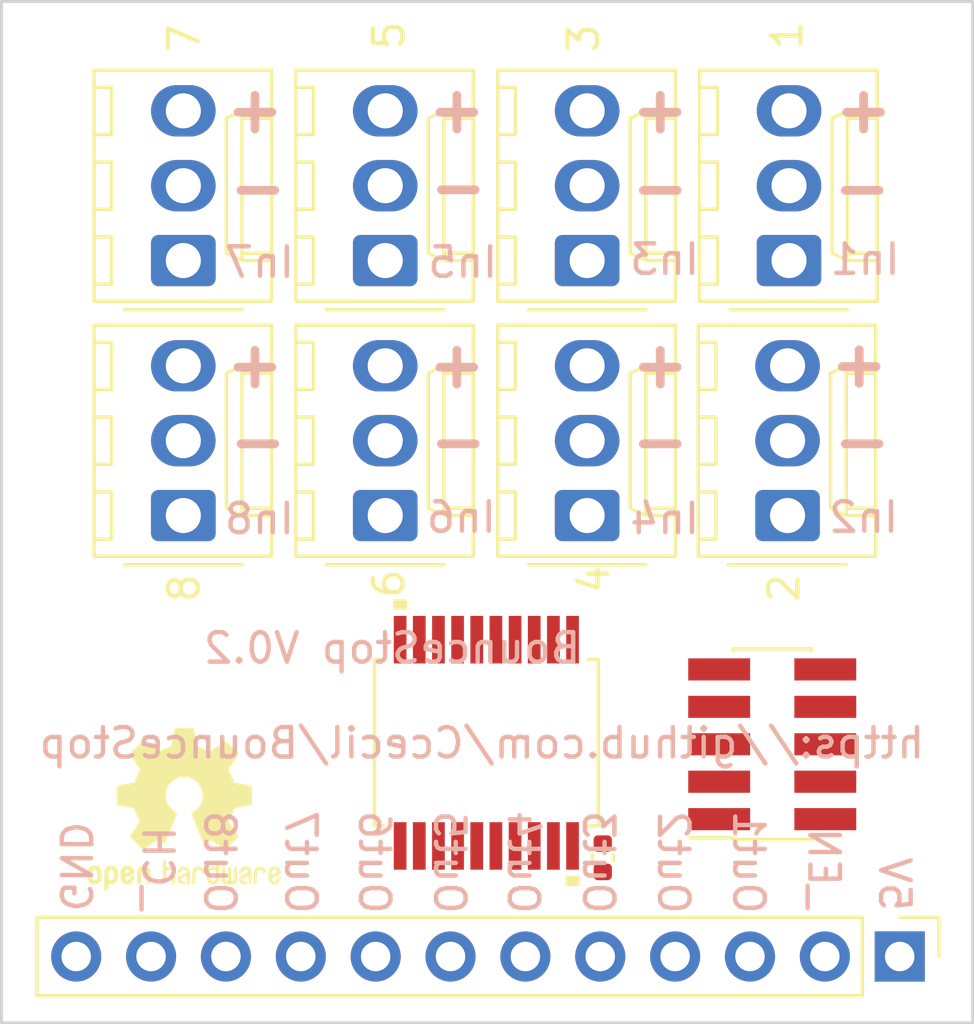
<source format=kicad_pcb>
(kicad_pcb (version 20211014) (generator pcbnew)
  (layers (0 "F.Cu" signal) (31 "B.Cu" signal) (34 "B.Paste" user) (35 "F.Paste" user) (36 "B.SilkS" user "B.Silkscreen") (37 "F.SilkS" user "F.Silkscreen") (38 "B.Mask" user) (39 "F.Mask" user) (44 "Edge.Cuts" user))
  (net 0 "")
  (net 1 "5v")
  (net 2 "GND")
  (net 3 "In1")
  (net 4 "In2")
  (net 5 "In3")
  (net 6 "In4")
  (net 7 "In5")
  (net 8 "In6")
  (net 9 "In7")
  (net 10 "In8")
  (net 11 "_CH")
  (net 12 "Out1")
  (net 13 "Out2")
  (net 14 "Out3")
  (net 15 "Out4")
  (net 16 "Out5")
  (net 17 "Out6")
  (net 18 "Out7")
  (net 19 "Out8")
  (net 20 "_EN")
  (net 21 "3.3v")
  (footprint "Connector_Molex:Molex_KK-254_AE-6410-03A_1x03_P2.54mm_Vertical" (layer "F.Cu") (at 166.97 43.24 90)
    (fp_text reference "6" (at -2.31 0.13 90) (layer "F.SilkS"))
    (fp_text value "Conn_01x03_Male" hide)
    (pad "1" thru_hole roundrect locked (at 0 0 90) (size 1.74 2.19) (drill 1.19) (layers *.Cu *.Mask) (roundrect_rratio 0.143678) (net 8 "In6"))
    (pad "2" thru_hole oval locked (at 2.54 0 90) (size 1.74 2.19) (drill 1.19) (layers *.Cu *.Mask) (net 2 "GND"))
    (pad "3" thru_hole oval locked (at 5.08 0 90) (size 1.74 2.19) (drill 1.19) (layers *.Cu *.Mask) (net 1 "5v"))
  )
  (footprint "Connector_Molex:Molex_KK-254_AE-6410-03A_1x03_P2.54mm_Vertical" (layer "F.Cu") (at 173.82 43.24 90)
    (fp_text reference "4" (at -2.16 0.23 90) (layer "F.SilkS"))
    (fp_text value "Conn_01x03_Male" hide)
    (pad "1" thru_hole roundrect locked (at 0 0 90) (size 1.74 2.19) (drill 1.19) (layers *.Cu *.Mask) (roundrect_rratio 0.143678) (net 6 "In4"))
    (pad "2" thru_hole oval locked (at 2.54 0 90) (size 1.74 2.19) (drill 1.19) (layers *.Cu *.Mask) (net 2 "GND"))
    (pad "3" thru_hole oval locked (at 5.08 0 90) (size 1.74 2.19) (drill 1.19) (layers *.Cu *.Mask) (net 1 "5v"))
  )
  (footprint "MAX6818:MAX6818EAP&plus_" (layer "F.Cu") (at 170.4 50.95 -90)
    (fp_text reference "U1" hide)
    (fp_text value "MAX6818EAP+" hide)
    (pad "1" smd rect locked (at -3.49885 -2.925 270) (size 1.6129 0.4318) (layers "F.Cu" "F.Paste" "F.Mask") (net 20 "_EN"))
    (pad "2" smd rect locked (at -3.49885 -2.274999 270) (size 1.6129 0.4318) (layers "F.Cu" "F.Paste" "F.Mask") (net 3 "In1"))
    (pad "3" smd rect locked (at -3.49885 -1.625001 270) (size 1.6129 0.4318) (layers "F.Cu" "F.Paste" "F.Mask") (net 4 "In2"))
    (pad "4" smd rect locked (at -3.49885 -0.974999 270) (size 1.6129 0.4318) (layers "F.Cu" "F.Paste" "F.Mask") (net 5 "In3"))
    (pad "5" smd rect locked (at -3.49885 -0.325001 270) (size 1.6129 0.4318) (layers "F.Cu" "F.Paste" "F.Mask") (net 6 "In4"))
    (pad "6" smd rect locked (at -3.49885 0.324998 270) (size 1.6129 0.4318) (layers "F.Cu" "F.Paste" "F.Mask") (net 7 "In5"))
    (pad "7" smd rect locked (at -3.49885 0.974999 270) (size 1.6129 0.4318) (layers "F.Cu" "F.Paste" "F.Mask") (net 8 "In6"))
    (pad "8" smd rect locked (at -3.49885 1.624998 270) (size 1.6129 0.4318) (layers "F.Cu" "F.Paste" "F.Mask") (net 9 "In7"))
    (pad "9" smd rect locked (at -3.49885 2.274999 270) (size 1.6129 0.4318) (layers "F.Cu" "F.Paste" "F.Mask") (net 10 "In8"))
    (pad "10" smd rect locked (at -3.49885 2.924998 270) (size 1.6129 0.4318) (layers "F.Cu" "F.Paste" "F.Mask") (net 2 "GND"))
    (pad "11" smd rect locked (at 3.49885 2.925 270) (size 1.6129 0.4318) (layers "F.Cu" "F.Paste" "F.Mask") (net 11 "_CH"))
    (pad "12" smd rect locked (at 3.49885 2.275002 270) (size 1.6129 0.4318) (layers "F.Cu" "F.Paste" "F.Mask") (net 19 "Out8"))
    (pad "13" smd rect locked (at 3.49885 1.625001 270) (size 1.6129 0.4318) (layers "F.Cu" "F.Paste" "F.Mask") (net 18 "Out7"))
    (pad "14" smd rect locked (at 3.49885 0.975002 270) (size 1.6129 0.4318) (layers "F.Cu" "F.Paste" "F.Mask") (net 17 "Out6"))
    (pad "15" smd rect locked (at 3.49885 0.325001 270) (size 1.6129 0.4318) (layers "F.Cu" "F.Paste" "F.Mask") (net 16 "Out5"))
    (pad "16" smd rect locked (at 3.49885 -0.324998 270) (size 1.6129 0.4318) (layers "F.Cu" "F.Paste" "F.Mask") (net 15 "Out4"))
    (pad "17" smd rect locked (at 3.49885 -0.974999 270) (size 1.6129 0.4318) (layers "F.Cu" "F.Paste" "F.Mask") (net 14 "Out3"))
    (pad "18" smd rect locked (at 3.49885 -1.624998 270) (size 1.6129 0.4318) (layers "F.Cu" "F.Paste" "F.Mask") (net 13 "Out2"))
    (pad "19" smd rect locked (at 3.49885 -2.274999 270) (size 1.6129 0.4318) (layers "F.Cu" "F.Paste" "F.Mask") (net 12 "Out1"))
    (pad "20" smd rect locked (at 3.49885 -2.924998 270) (size 1.6129 0.4318) (layers "F.Cu" "F.Paste" "F.Mask") (net 1 "5v"))
  )
  (footprint "Connector_Molex:Molex_KK-254_AE-6410-03A_1x03_P2.54mm_Vertical" (layer "F.Cu") (at 160.12 34.59 90)
    (fp_text reference "7" (at 7.54 0.03 90) (layer "F.SilkS"))
    (fp_text value "Conn_01x03_Male" hide)
    (pad "1" thru_hole roundrect locked (at 0 0 90) (size 1.74 2.19) (drill 1.19) (layers *.Cu *.Mask) (roundrect_rratio 0.143678) (net 9 "In7"))
    (pad "2" thru_hole oval locked (at 2.54 0 90) (size 1.74 2.19) (drill 1.19) (layers *.Cu *.Mask) (net 2 "GND"))
    (pad "3" thru_hole oval locked (at 5.08 0 90) (size 1.74 2.19) (drill 1.19) (layers *.Cu *.Mask) (net 1 "5v"))
  )
  (footprint "Capacitor_SMD:C_0402_1005Metric" (layer "F.Cu") (at 174.35 54.85 -90)
    (fp_text reference "C1" hide)
    (fp_text value "C_Small" hide)
    (pad "1" smd roundrect locked (at -0.48 0 270) (size 0.56 0.62) (layers "F.Cu" "F.Paste" "F.Mask") (net 1 "5v"))
    (pad "2" smd roundrect locked (at 0.48 0 270) (size 0.56 0.62) (layers "F.Cu" "F.Paste" "F.Mask") (net 2 "GND"))
  )
  (footprint "Connector_Molex:Molex_KK-254_AE-6410-03A_1x03_P2.54mm_Vertical" (layer "F.Cu") (at 180.67 34.59 90)
    (fp_text reference "1" (at 7.64 -0.07 90) (layer "F.SilkS"))
    (fp_text value "Conn_01x03_Male" hide)
    (pad "1" thru_hole roundrect locked (at 0 0 90) (size 1.74 2.19) (drill 1.19) (layers *.Cu *.Mask) (roundrect_rratio 0.143678) (net 3 "In1"))
    (pad "2" thru_hole oval locked (at 2.54 0 90) (size 1.74 2.19) (drill 1.19) (layers *.Cu *.Mask) (net 2 "GND"))
    (pad "3" thru_hole oval locked (at 5.08 0 90) (size 1.74 2.19) (drill 1.19) (layers *.Cu *.Mask) (net 1 "5v"))
  )
  (footprint "Connector_PinSocket_1.27mm:PinSocket_2x05_P1.27mm_Vertical_SMD" (layer "F.Cu") (at 180.1 51 180)
    (fp_text reference "J10" hide)
    (fp_text value "Conn_02x05_Counter_Clockwise" hide)
    (pad "1" smd rect locked (at 1.8 -2.54 180) (size 2.1 0.75) (layers "F.Cu" "F.Paste" "F.Mask") (net 21 "3.3v"))
    (pad "2" smd rect locked (at -1.8 -2.54 180) (size 2.1 0.75) (layers "F.Cu" "F.Paste" "F.Mask") (net 1 "5v"))
    (pad "3" smd rect locked (at 1.8 -1.27 180) (size 2.1 0.75) (layers "F.Cu" "F.Paste" "F.Mask") (net 12 "Out1"))
    (pad "4" smd rect locked (at -1.8 -1.27 180) (size 2.1 0.75) (layers "F.Cu" "F.Paste" "F.Mask") (net 13 "Out2"))
    (pad "5" smd rect locked (at 1.8 0 180) (size 2.1 0.75) (layers "F.Cu" "F.Paste" "F.Mask") (net 14 "Out3"))
    (pad "6" smd rect locked (at -1.8 0 180) (size 2.1 0.75) (layers "F.Cu" "F.Paste" "F.Mask") (net 15 "Out4"))
    (pad "7" smd rect locked (at 1.8 1.27 180) (size 2.1 0.75) (layers "F.Cu" "F.Paste" "F.Mask") (net 16 "Out5"))
    (pad "8" smd rect locked (at -1.8 1.27 180) (size 2.1 0.75) (layers "F.Cu" "F.Paste" "F.Mask") (net 17 "Out6"))
    (pad "9" smd rect locked (at 1.8 2.54 180) (size 2.1 0.75) (layers "F.Cu" "F.Paste" "F.Mask") (net 18 "Out7"))
    (pad "10" smd rect locked (at -1.8 2.54 180) (size 2.1 0.75) (layers "F.Cu" "F.Paste" "F.Mask") (net 2 "GND"))
  )
  (footprint "Symbol:OSHW-Logo2_7.3x6mm_SilkScreen" (layer "F.Cu") (at 160.15 53.2)
    (fp_text reference "REF**" hide)
    (fp_text value "OSHW-Logo2_7.3x6mm_SilkScreen" hide)
  )
  (footprint "Connector_PinHeader_2.54mm:PinHeader_1x12_P2.54mm_Vertical" (layer "F.Cu") (at 184.425 58.2 -90)
    (fp_text reference "J9" hide)
    (fp_text value "Conn_02x06_Odd_Even" hide)
    (pad "1" thru_hole rect locked (at 0 0 270) (size 1.7 1.7) (drill 1) (layers *.Cu *.Mask) (net 1 "5v"))
    (pad "2" thru_hole oval locked (at 0 2.54 270) (size 1.7 1.7) (drill 1) (layers *.Cu *.Mask) (net 20 "_EN"))
    (pad "3" thru_hole oval locked (at 0 5.08 270) (size 1.7 1.7) (drill 1) (layers *.Cu *.Mask) (net 12 "Out1"))
    (pad "4" thru_hole oval locked (at 0 7.62 270) (size 1.7 1.7) (drill 1) (layers *.Cu *.Mask) (net 13 "Out2"))
    (pad "5" thru_hole oval locked (at 0 10.16 270) (size 1.7 1.7) (drill 1) (layers *.Cu *.Mask) (net 14 "Out3"))
    (pad "6" thru_hole oval locked (at 0 12.7 270) (size 1.7 1.7) (drill 1) (layers *.Cu *.Mask) (net 15 "Out4"))
    (pad "7" thru_hole oval locked (at 0 15.24 270) (size 1.7 1.7) (drill 1) (layers *.Cu *.Mask) (net 16 "Out5"))
    (pad "8" thru_hole oval locked (at 0 17.78 270) (size 1.7 1.7) (drill 1) (layers *.Cu *.Mask) (net 17 "Out6"))
    (pad "9" thru_hole oval locked (at 0 20.32 270) (size 1.7 1.7) (drill 1) (layers *.Cu *.Mask) (net 18 "Out7"))
    (pad "10" thru_hole oval locked (at 0 22.86 270) (size 1.7 1.7) (drill 1) (layers *.Cu *.Mask) (net 19 "Out8"))
    (pad "11" thru_hole oval locked (at 0 25.4 270) (size 1.7 1.7) (drill 1) (layers *.Cu *.Mask) (net 11 "_CH"))
    (pad "12" thru_hole oval locked (at 0 27.94 270) (size 1.7 1.7) (drill 1) (layers *.Cu *.Mask) (net 2 "GND"))
  )
  (footprint "Connector_Molex:Molex_KK-254_AE-6410-03A_1x03_P2.54mm_Vertical" (layer "F.Cu") (at 180.62 43.24 90)
    (fp_text reference "2" (at -2.46 -0.12 90) (layer "F.SilkS"))
    (fp_text value "Conn_01x03_Male" hide)
    (pad "1" thru_hole roundrect locked (at 0 0 90) (size 1.74 2.19) (drill 1.19) (layers *.Cu *.Mask) (roundrect_rratio 0.143678) (net 4 "In2"))
    (pad "2" thru_hole oval locked (at 2.54 0 90) (size 1.74 2.19) (drill 1.19) (layers *.Cu *.Mask) (net 2 "GND"))
    (pad "3" thru_hole oval locked (at 5.08 0 90) (size 1.74 2.19) (drill 1.19) (layers *.Cu *.Mask) (net 1 "5v"))
  )
  (footprint "Connector_Molex:Molex_KK-254_AE-6410-03A_1x03_P2.54mm_Vertical" (layer "F.Cu") (at 160.12 43.24 90)
    (fp_text reference "8" (at -2.46 0.03 90) (layer "F.SilkS"))
    (fp_text value "Conn_01x03_Male" hide)
    (pad "1" thru_hole roundrect locked (at 0 0 90) (size 1.74 2.19) (drill 1.19) (layers *.Cu *.Mask) (roundrect_rratio 0.143678) (net 10 "In8"))
    (pad "2" thru_hole oval locked (at 2.54 0 90) (size 1.74 2.19) (drill 1.19) (layers *.Cu *.Mask) (net 2 "GND"))
    (pad "3" thru_hole oval locked (at 5.08 0 90) (size 1.74 2.19) (drill 1.19) (layers *.Cu *.Mask) (net 1 "5v"))
  )
  (footprint "Connector_Molex:Molex_KK-254_AE-6410-03A_1x03_P2.54mm_Vertical" (layer "F.Cu") (at 166.97 34.59 90)
    (fp_text reference "5" (at 7.64 0.13 90) (layer "F.SilkS"))
    (fp_text value "Conn_01x03_Male" hide)
    (pad "1" thru_hole roundrect locked (at 0 0 90) (size 1.74 2.19) (drill 1.19) (layers *.Cu *.Mask) (roundrect_rratio 0.143678) (net 7 "In5"))
    (pad "2" thru_hole oval locked (at 2.54 0 90) (size 1.74 2.19) (drill 1.19) (layers *.Cu *.Mask) (net 2 "GND"))
    (pad "3" thru_hole oval locked (at 5.08 0 90) (size 1.74 2.19) (drill 1.19) (layers *.Cu *.Mask) (net 1 "5v"))
  )
  (footprint "Connector_Molex:Molex_KK-254_AE-6410-03A_1x03_P2.54mm_Vertical" (layer "F.Cu") (at 173.82 34.59 90)
    (fp_text reference "3" (at 7.54 -0.12 90) (layer "F.SilkS"))
    (fp_text value "Conn_01x03_Male" hide)
    (pad "1" thru_hole roundrect locked (at 0 0 90) (size 1.74 2.19) (drill 1.19) (layers *.Cu *.Mask) (roundrect_rratio 0.143678) (net 5 "In3"))
    (pad "2" thru_hole oval locked (at 2.54 0 90) (size 1.74 2.19) (drill 1.19) (layers *.Cu *.Mask) (net 2 "GND"))
    (pad "3" thru_hole oval locked (at 5.08 0 90) (size 1.74 2.19) (drill 1.19) (layers *.Cu *.Mask) (net 1 "5v"))
  )
  (gr_rect (start 153.95 60.45) (end 186.9 25.8) (layer "Edge.Cuts") (width 0.1) (fill none))
  (gr_text "+" (at 169.4 38.1) (layer "B.SilkS") (effects (font (size 1.5 1.5) (thickness 0.3))))
  (gr_text "+" (at 176.3 29.45) (layer "B.SilkS") (effects (font (size 1.5 1.5) (thickness 0.3))))
  (gr_text "Out4" (at 171.65 55 270) (layer "B.SilkS") (effects (font (size 1 1)) (justify mirror)))
  (gr_text "In2\n" (at 183.2 43.3) (layer "B.SilkS") (effects (font (size 1 1)) (justify mirror)))
  (gr_text "5V\n" (at 184.25 55.75 270) (layer "B.SilkS") (effects (font (size 1 1)) (justify mirror)))
  (gr_text "+" (at 162.55 29.45) (layer "B.SilkS") (effects (font (size 1.5 1.5) (thickness 0.3))))
  (gr_text "In7" (at 162.7 34.65) (layer "B.SilkS") (effects (font (size 1 1)) (justify mirror)))
  (gr_text "Out3" (at 174.2 55 270) (layer "B.SilkS") (effects (font (size 1 1)) (justify mirror)))
  (gr_text "In5" (at 169.6 34.65) (layer "B.SilkS") (effects (font (size 1 1)) (justify mirror)))
  (gr_text "Out2" (at 176.75 55 270) (layer "B.SilkS") (effects (font (size 1 1)) (justify mirror)))
  (gr_text "-" (at 169.45 40.7) (layer "B.SilkS") (effects (font (size 1.5 1.5) (thickness 0.3))))
  (gr_text "+" (at 183.2 29.45) (layer "B.SilkS") (effects (font (size 1.5 1.5) (thickness 0.3))))
  (gr_text "+" (at 162.55 38.1) (layer "B.SilkS") (effects (font (size 1.5 1.5) (thickness 0.3))))
  (gr_text "In3\n" (at 176.45 34.55) (layer "B.SilkS") (effects (font (size 1 1)) (justify mirror)))
  (gr_text "+" (at 183.05 38.078695) (layer "B.SilkS") (effects (font (size 1.5 1.5) (thickness 0.3))))
  (gr_text "-" (at 176.3 32.1) (layer "B.SilkS") (effects (font (size 1.5 1.5) (thickness 0.3))))
  (gr_text "Out6\n" (at 166.6 55 270) (layer "B.SilkS") (effects (font (size 1 1)) (justify mirror)))
  (gr_text "-" (at 183.15 40.699904) (layer "B.SilkS") (effects (font (size 1.5 1.5) (thickness 0.3))))
  (gr_text "_EN" (at 181.85 55.2 270) (layer "B.SilkS") (effects (font (size 1 1)) (justify mirror)))
  (gr_text "_CH" (at 159.25 55.2 270) (layer "B.SilkS") (effects (font (size 1 1)) (justify mirror)))
  (gr_text "Out5\n" (at 169.15 55 270) (layer "B.SilkS") (effects (font (size 1 1)) (justify mirror)))
  (gr_text "-" (at 162.65 40.7) (layer "B.SilkS") (effects (font (size 1.5 1.5) (thickness 0.3))))
  (gr_text "Out8" (at 161.35 55 270) (layer "B.SilkS") (effects (font (size 1 1)) (justify mirror)))
  (gr_text "Out1" (at 179.3 55 270) (layer "B.SilkS") (effects (font (size 1 1)) (justify mirror)))
  (gr_text "In6" (at 169.55 43.3) (layer "B.SilkS") (effects (font (size 1 1)) (justify mirror)))
  (gr_text "+" (at 176.3 38.1) (layer "B.SilkS") (effects (font (size 1.5 1.5) (thickness 0.3))))
  (gr_text "-" (at 183.15 32.1) (layer "B.SilkS") (effects (font (size 1.5 1.5) (thickness 0.3))))
  (gr_text "In1" (at 183.25 34.55) (layer "B.SilkS") (effects (font (size 1 1)) (justify mirror)))
  (gr_text "+" (at 169.4 29.45) (layer "B.SilkS") (effects (font (size 1.5 1.5) (thickness 0.3))))
  (gr_text "In4" (at 176.45 43.35) (layer "B.SilkS") (effects (font (size 1 1)) (justify mirror)))
  (gr_text "-" (at 162.65 32.1) (layer "B.SilkS") (effects (font (size 1.5 1.5) (thickness 0.3))))
  (gr_text "GND" (at 156.45 55.15 270) (layer "B.SilkS") (effects (font (size 1 1)) (justify mirror)))
  (gr_text "-" (at 176.3 40.7) (layer "B.SilkS") (effects (font (size 1.5 1.5) (thickness 0.3))))
  (gr_text "In8" (at 162.7 43.35) (layer "B.SilkS") (effects (font (size 1 1)) (justify mirror)))
  (gr_text "Out7\n" (at 164.1 55 270) (layer "B.SilkS") (effects (font (size 1 1)) (justify mirror)))
  (gr_text "        BounceStop V0.2\n\nhttps://github.com/Ccecil/BounceStop" (at 170.25 49.35) (layer "B.SilkS") (effects (font (size 1 1)) (justify mirror)))
  (gr_text "-" (at 169.45 32.082232) (layer "B.SilkS") (effects (font (size 1.5 1.5) (thickness 0.3))))
)
</source>
